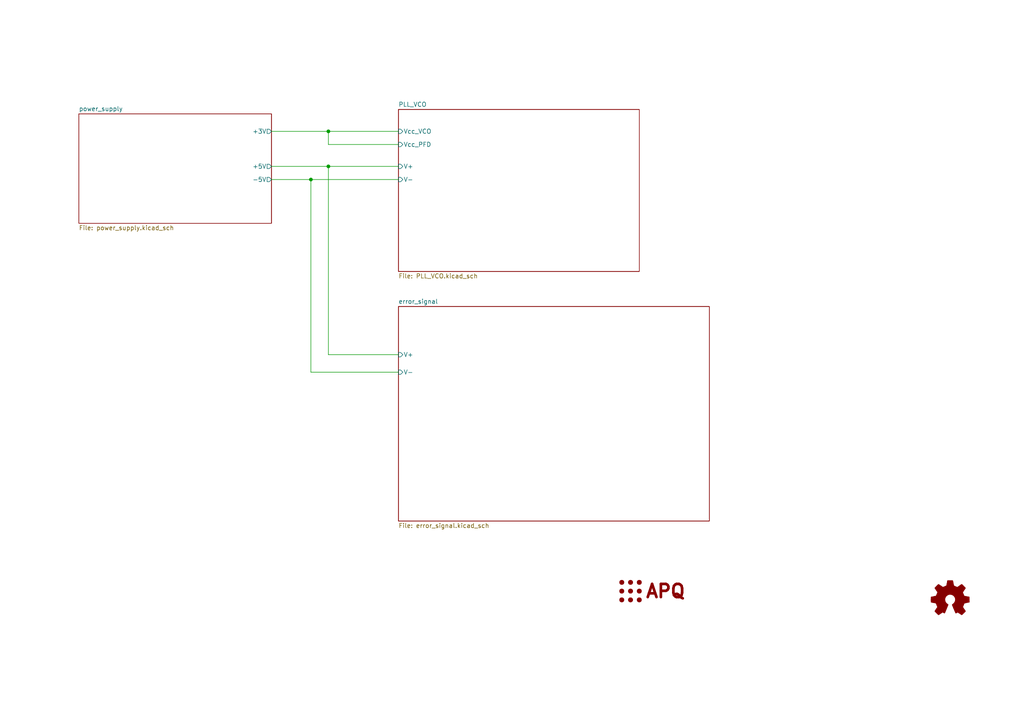
<source format=kicad_sch>
(kicad_sch (version 20230121) (generator eeschema)
  (paper "A4")
  (title_block (title "MTS module: 110MHz") (date "2023-11-09") (rev "1.3.5") (company "Atoms-Photon-Quanta, Institut für Angewandte Physik, TU Darmstadt") (comment 1 "Tilman Preuschoff"))
  (lib_symbols
    (symbol "Custom_logos:Logo_APQ" (pin_names (offset 1.016))
      (symbol "Logo_APQ_0_0"
        (text "APQ" (at 17.78 0 0) (effects (font (size 3.81 3.81) bold)))
      )
      (symbol "Logo_APQ_0_1"
        (circle (center 5.08 0) (radius 0.635) (fill (type outline)))
        (circle (center 5.08 2.54) (radius 0.635) (fill (type outline)))
        (circle (center 7.62 0) (radius 0.635) (fill (type outline)))
        (circle (center 7.62 2.54) (radius 0.635) (fill (type outline)))
        (circle (center 10.16 2.54) (radius 0.635) (fill (type outline)))
      )
      (symbol "Logo_APQ_1_1"
        (circle (center 5.08 -2.54) (radius 0.635) (fill (type outline)))
        (circle (center 7.62 -2.54) (radius 0.635) (fill (type outline)))
        (circle (center 10.16 -2.54) (radius 0.635) (fill (type outline)))
        (circle (center 10.16 0) (radius 0.635) (fill (type outline)))
      )
    )
    (symbol "Graphic:Logo_Open_Hardware_Small" (in_bom no) (on_board no)
      (symbol "Logo_Open_Hardware_Small_0_1"
        (polyline (pts (xy 3.3528 -4.3434) (xy 3.302 -4.318) (xy 3.175 -4.2418) (xy 2.9972 -4.1148) (xy 2.7686 -3.9624) (xy 2.54 -3.81) (xy 2.3622 -3.7084) (xy 2.2352 -3.6068) (xy 2.1844 -3.5814) (xy 2.159 -3.6068) (xy 2.0574 -3.6576) (xy 1.905 -3.7338) (xy 1.8034 -3.7846) (xy 1.6764 -3.8354) (xy 1.6002 -3.8354) (xy 1.6002 -3.8354) (xy 1.5494 -3.7338) (xy 1.4732 -3.5306) (xy 1.3462 -3.302) (xy 1.2446 -3.0226) (xy 1.1176 -2.7178) (xy 0.9652 -2.413) (xy 0.8636 -2.1082) (xy 0.7366 -1.8288) (xy 0.6604 -1.6256) (xy 0.6096 -1.4732) (xy 0.5842 -1.397) (xy 0.5842 -1.397) (xy 0.6604 -1.3208) (xy 0.7874 -1.2446) (xy 1.0414 -1.016) (xy 1.2954 -0.6858) (xy 1.4478 -0.3302) (xy 1.524 0.0762) (xy 1.4732 0.4572) (xy 1.3208 0.8128) (xy 1.0668 1.143) (xy 0.762 1.3716) (xy 0.4064 1.524) (xy 0 1.5748) (xy -0.381 1.5494) (xy -0.7366 1.397) (xy -1.0668 1.143) (xy -1.2192 0.9906) (xy -1.397 0.6604) (xy -1.524 0.3048) (xy -1.524 0.2286) (xy -1.4986 -0.1778) (xy -1.397 -0.5334) (xy -1.1938 -0.8636) (xy -0.9144 -1.143) (xy -0.8636 -1.1684) (xy -0.7366 -1.27) (xy -0.635 -1.3462) (xy -0.5842 -1.397) (xy -1.0668 -2.5908) (xy -1.143 -2.794) (xy -1.2954 -3.1242) (xy -1.397 -3.4036) (xy -1.4986 -3.6322) (xy -1.5748 -3.7846) (xy -1.6002 -3.8354) (xy -1.6002 -3.8354) (xy -1.651 -3.8354) (xy -1.7272 -3.81) (xy -1.905 -3.7338) (xy -2.0066 -3.683) (xy -2.1336 -3.6068) (xy -2.2098 -3.5814) (xy -2.2606 -3.6068) (xy -2.3622 -3.683) (xy -2.54 -3.81) (xy -2.7686 -3.9624) (xy -2.9718 -4.0894) (xy -3.1496 -4.2164) (xy -3.302 -4.318) (xy -3.3528 -4.3434) (xy -3.3782 -4.3434) (xy -3.429 -4.318) (xy -3.5306 -4.2164) (xy -3.7084 -4.064) (xy -3.937 -3.8354) (xy -3.9624 -3.81) (xy -4.1656 -3.6068) (xy -4.318 -3.4544) (xy -4.4196 -3.3274) (xy -4.445 -3.2766) (xy -4.445 -3.2766) (xy -4.4196 -3.2258) (xy -4.318 -3.0734) (xy -4.2164 -2.8956) (xy -4.064 -2.667) (xy -3.6576 -2.0828) (xy -3.8862 -1.5494) (xy -3.937 -1.3716) (xy -4.0386 -1.1684) (xy -4.0894 -1.0414) (xy -4.1148 -0.9652) (xy -4.191 -0.9398) (xy -4.318 -0.9144) (xy -4.5466 -0.8636) (xy -4.8006 -0.8128) (xy -5.0546 -0.7874) (xy -5.2578 -0.7366) (xy -5.4356 -0.7112) (xy -5.5118 -0.6858) (xy -5.5118 -0.6858) (xy -5.5372 -0.635) (xy -5.5372 -0.5588) (xy -5.5372 -0.4318) (xy -5.5626 -0.2286) (xy -5.5626 0.0762) (xy -5.5626 0.127) (xy -5.5372 0.4064) (xy -5.5372 0.635) (xy -5.5372 0.762) (xy -5.5372 0.8382) (xy -5.5372 0.8382) (xy -5.461 0.8382) (xy -5.3086 0.889) (xy -5.08 0.9144) (xy -4.826 0.9652) (xy -4.8006 0.9906) (xy -4.5466 1.0414) (xy -4.318 1.0668) (xy -4.1656 1.1176) (xy -4.0894 1.143) (xy -4.0894 1.143) (xy -4.0386 1.2446) (xy -3.9624 1.4224) (xy -3.8608 1.6256) (xy -3.7846 1.8288) (xy -3.7084 2.0066) (xy -3.6576 2.159) (xy -3.6322 2.2098) (xy -3.6322 2.2098) (xy -3.683 2.286) (xy -3.7592 2.413) (xy -3.8862 2.5908) (xy -4.064 2.8194) (xy -4.064 2.8448) (xy -4.2164 3.0734) (xy -4.3434 3.2512) (xy -4.4196 3.3782) (xy -4.445 3.4544) (xy -4.445 3.4544) (xy -4.3942 3.5052) (xy -4.2926 3.6322) (xy -4.1148 3.81) (xy -3.937 4.0132) (xy -3.8608 4.064) (xy -3.6576 4.2926) (xy -3.5052 4.4196) (xy -3.4036 4.4958) (xy -3.3528 4.5212) (xy -3.3528 4.5212) (xy -3.302 4.4704) (xy -3.1496 4.3688) (xy -2.9718 4.2418) (xy -2.7432 4.0894) (xy -2.7178 4.0894) (xy -2.4892 3.937) (xy -2.3114 3.81) (xy -2.1844 3.7084) (xy -2.1336 3.683) (xy -2.1082 3.683) (xy -2.032 3.7084) (xy -1.8542 3.7592) (xy -1.6764 3.8354) (xy -1.4732 3.937) (xy -1.27 4.0132) (xy -1.143 4.064) (xy -1.0668 4.1148) (xy -1.0668 4.1148) (xy -1.0414 4.191) (xy -1.016 4.3434) (xy -0.9652 4.572) (xy -0.9144 4.8514) (xy -0.889 4.9022) (xy -0.8382 5.1562) (xy -0.8128 5.3848) (xy -0.7874 5.5372) (xy -0.762 5.588) (xy -0.7112 5.6134) (xy -0.5842 5.6134) (xy -0.4064 5.6134) (xy -0.1524 5.6134) (xy 0.0762 5.6134) (xy 0.3302 5.6134) (xy 0.5334 5.6134) (xy 0.6858 5.588) (xy 0.7366 5.588) (xy 0.7366 5.588) (xy 0.762 5.5118) (xy 0.8128 5.334) (xy 0.8382 5.1054) (xy 0.9144 4.826) (xy 0.9144 4.7752) (xy 0.9652 4.5212) (xy 1.016 4.2926) (xy 1.0414 4.1402) (xy 1.0668 4.0894) (xy 1.0668 4.0894) (xy 1.1938 4.0386) (xy 1.3716 3.9624) (xy 1.5748 3.8608) (xy 2.0828 3.6576) (xy 2.7178 4.0894) (xy 2.7686 4.1402) (xy 2.9972 4.2926) (xy 3.175 4.4196) (xy 3.302 4.4958) (xy 3.3782 4.5212) (xy 3.3782 4.5212) (xy 3.429 4.4704) (xy 3.556 4.3434) (xy 3.7338 4.191) (xy 3.9116 3.9878) (xy 4.064 3.8354) (xy 4.2418 3.6576) (xy 4.3434 3.556) (xy 4.4196 3.4798) (xy 4.4196 3.429) (xy 4.4196 3.4036) (xy 4.3942 3.3274) (xy 4.2926 3.2004) (xy 4.1656 2.9972) (xy 4.0132 2.794) (xy 3.8862 2.5908) (xy 3.7592 2.3876) (xy 3.6576 2.2352) (xy 3.6322 2.159) (xy 3.6322 2.1336) (xy 3.683 2.0066) (xy 3.7592 1.8288) (xy 3.8608 1.6002) (xy 4.064 1.1176) (xy 4.3942 1.0414) (xy 4.5974 1.016) (xy 4.8768 0.9652) (xy 5.1308 0.9144) (xy 5.5372 0.8382) (xy 5.5626 -0.6604) (xy 5.4864 -0.6858) (xy 5.4356 -0.6858) (xy 5.2832 -0.7366) (xy 5.0546 -0.762) (xy 4.8006 -0.8128) (xy 4.5974 -0.8636) (xy 4.3688 -0.9144) (xy 4.2164 -0.9398) (xy 4.1402 -0.9398) (xy 4.1148 -0.9652) (xy 4.064 -1.0668) (xy 3.9878 -1.2446) (xy 3.9116 -1.4478) (xy 3.81 -1.651) (xy 3.7338 -1.8542) (xy 3.683 -2.0066) (xy 3.6576 -2.0828) (xy 3.683 -2.1336) (xy 3.7846 -2.2606) (xy 3.8862 -2.4638) (xy 4.0386 -2.667) (xy 4.191 -2.8956) (xy 4.318 -3.0734) (xy 4.3942 -3.2004) (xy 4.445 -3.2766) (xy 4.4196 -3.3274) (xy 4.3434 -3.429) (xy 4.1656 -3.5814) (xy 3.937 -3.8354) (xy 3.8862 -3.8608) (xy 3.683 -4.064) (xy 3.5306 -4.2164) (xy 3.4036 -4.318) (xy 3.3528 -4.3434)) (fill (type outline)))
      )
    )
  )
  (junction (at 90.17 52.07))
  (junction (at 95.25 38.1))
  (junction (at 95.25 48.26))
  (wire (pts (xy 115.57 107.95) (xy 90.17 107.95)))
  (wire (pts (xy 90.17 52.07) (xy 78.74 52.07)))
  (wire (pts (xy 78.74 38.1) (xy 95.25 38.1)))
  (wire (pts (xy 95.25 102.87) (xy 95.25 48.26)))
  (wire (pts (xy 95.25 41.91) (xy 95.25 38.1)))
  (wire (pts (xy 78.74 48.26) (xy 95.25 48.26)))
  (wire (pts (xy 95.25 48.26) (xy 115.57 48.26)))
  (wire (pts (xy 95.25 38.1) (xy 115.57 38.1)))
  (wire (pts (xy 115.57 102.87) (xy 95.25 102.87)))
  (wire (pts (xy 115.57 52.07) (xy 90.17 52.07)))
  (wire (pts (xy 115.57 41.91) (xy 95.25 41.91)))
  (wire (pts (xy 90.17 107.95) (xy 90.17 52.07)))
  (symbol (lib_id "Graphic:Logo_Open_Hardware_Small") (at 275.59 173.99 0) (unit 1)
    (property "Reference" "LOGO2" (effects hide))
    (property "Value" "Logo_Open_Hardware_Small" (effects hide))
    (property "Footprint" "Symbol:OSHW-Logo_5.7x6mm_SilkScreen" (effects hide))
    (property "Config" "DNF" (effects hide))
    (property "Sim.Enable" "0" (effects hide))
  )
  (symbol (lib_id "Custom_logos:Logo_APQ") (at 175.26 171.45 0) (unit 1)
    (property "Reference" "LOGO1" (effects hide))
    (property "Value" "Logo_APQ" (effects hide))
    (property "Footprint" "footprints:APQ-Logo" (effects hide))
    (property "Config" "DNF" (effects hide))
  )
  (sheet (at 22.86 33.02) (size 55.88 31.75)
    (property "Sheetname" "power_supply" (at 22.86 32.3084 0) (effects (justify left bottom)))
    (property "Sheetfile" "power_supply.kicad_sch" (at 22.86 65.3546 0) (effects (justify left top)))
    (pin "+3V" output (at 78.74 38.1 0))
    (pin "+5V" output (at 78.74 48.26 0))
    (pin "-5V" output (at 78.74 52.07 0))
  )
  (sheet (at 115.57 31.75) (size 69.85 46.99)
    (property "Sheetname" "PLL_VCO" (at 115.57 31.0384 0) (effects (justify left bottom)))
    (property "Sheetfile" "PLL_VCO.kicad_sch" (at 115.57 79.3246 0) (effects (justify left top)))
    (pin "Vcc_VCO" input (at 115.57 38.1 180))
    (pin "Vcc_PFD" input (at 115.57 41.91 180))
    (pin "V+" input (at 115.57 48.26 180))
    (pin "V-" input (at 115.57 52.07 180))
  )
  (sheet (at 115.57 88.9) (size 90.17 62.23)
    (property "Sheetname" "error_signal" (at 115.57 88.1884 0) (effects (justify left bottom)))
    (property "Sheetfile" "error_signal.kicad_sch" (at 115.57 151.7146 0) (effects (justify left top)))
    (pin "V+" input (at 115.57 102.87 180))
    (pin "V-" input (at 115.57 107.95 180))
  )
)
</source>
